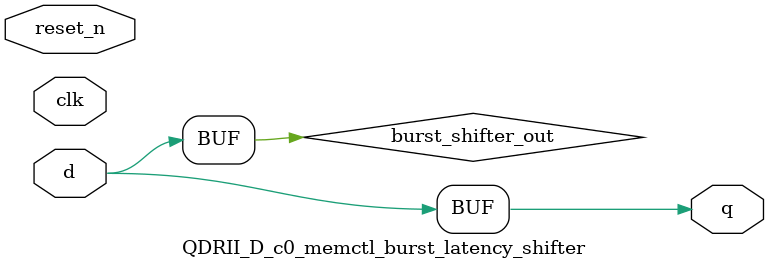
<source format=sv>



module QDRII_D_c0_memctl_burst_latency_shifter (
	clk,
	reset_n,
	d,
	q
);

//////////////////////////////////////////////////////////////////////////////
// BEGIN PARAMETER SECTION

parameter MAX_LATENCY	= "";
parameter BURST_LENGTH	= "";

// END PARAMETER SECTION
//////////////////////////////////////////////////////////////////////////////

//////////////////////////////////////////////////////////////////////////////
// BEGIN PORT SECTION

input					clk;
input					reset_n;
input					d;
output	[MAX_LATENCY:0]	q;

// END PORT SECTION
//////////////////////////////////////////////////////////////////////////////

wire					burst_shifter_out;


// The signal is not prolonged, which is equivalent to a simple wire
assign burst_shifter_out = d;


// Latency shifter
generate
if (MAX_LATENCY == 0)
begin : latency_shifter_gen_0
	// The signal is not delayed, which is equivalent to a simple wire
	assign q = burst_shifter_out;
end
else
begin : latency_shifter_gen_n
	reg		[MAX_LATENCY:1]	latency_shifter;
	logic	[MAX_LATENCY:0]	latency_shifter_out;

	assign q = latency_shifter_out;


	// Connect shift register outputs
	always_comb
	begin
		latency_shifter_out[0] <= burst_shifter_out;
		for (int i = 1; i <= MAX_LATENCY; i++)
			latency_shifter_out[i] <= latency_shifter[i];
	end


	// Shift register logic
	always_ff @(posedge clk or negedge reset_n)
	begin
		if (!reset_n)
			latency_shifter <= '0;
		else
		begin
			latency_shifter[1] <= burst_shifter_out;
			for (int i = 2; i <= MAX_LATENCY; i++)
				latency_shifter[i] <= latency_shifter[i-1];
		end
	end
end
endgenerate


endmodule


</source>
